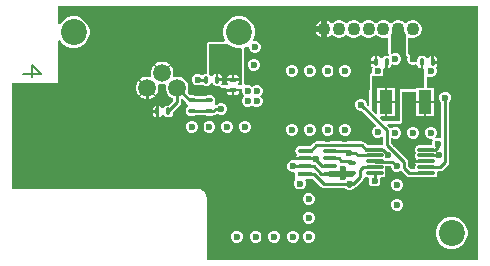
<source format=gbl>
G04*
G04 #@! TF.GenerationSoftware,Altium Limited,Altium Designer,23.3.1 (30)*
G04*
G04 Layer_Physical_Order=4*
G04 Layer_Color=16711680*
%FSLAX44Y44*%
%MOMM*%
G71*
G04*
G04 #@! TF.SameCoordinates,958C5144-9DDC-4948-B6D7-F64729F80DFD*
G04*
G04*
G04 #@! TF.FilePolarity,Positive*
G04*
G01*
G75*
%ADD11C,0.2500*%
%ADD13C,0.2000*%
G04:AMPARAMS|DCode=14|XSize=0.4mm|YSize=0.6mm|CornerRadius=0.1mm|HoleSize=0mm|Usage=FLASHONLY|Rotation=0.000|XOffset=0mm|YOffset=0mm|HoleType=Round|Shape=RoundedRectangle|*
%AMROUNDEDRECTD14*
21,1,0.4000,0.4000,0,0,0.0*
21,1,0.2000,0.6000,0,0,0.0*
1,1,0.2000,0.1000,-0.2000*
1,1,0.2000,-0.1000,-0.2000*
1,1,0.2000,-0.1000,0.2000*
1,1,0.2000,0.1000,0.2000*
%
%ADD14ROUNDEDRECTD14*%
G04:AMPARAMS|DCode=15|XSize=0.4mm|YSize=0.6mm|CornerRadius=0.1mm|HoleSize=0mm|Usage=FLASHONLY|Rotation=90.000|XOffset=0mm|YOffset=0mm|HoleType=Round|Shape=RoundedRectangle|*
%AMROUNDEDRECTD15*
21,1,0.4000,0.4000,0,0,90.0*
21,1,0.2000,0.6000,0,0,90.0*
1,1,0.2000,0.2000,0.1000*
1,1,0.2000,0.2000,-0.1000*
1,1,0.2000,-0.2000,-0.1000*
1,1,0.2000,-0.2000,0.1000*
%
%ADD15ROUNDEDRECTD15*%
%ADD26C,1.1000*%
%ADD29C,0.5000*%
%ADD30C,0.2540*%
%ADD31C,1.5000*%
%ADD32C,2.2000*%
%ADD33C,0.6000*%
G04:AMPARAMS|DCode=35|XSize=1.45mm|YSize=0.3mm|CornerRadius=0.0495mm|HoleSize=0mm|Usage=FLASHONLY|Rotation=180.000|XOffset=0mm|YOffset=0mm|HoleType=Round|Shape=RoundedRectangle|*
%AMROUNDEDRECTD35*
21,1,1.4500,0.2010,0,0,180.0*
21,1,1.3510,0.3000,0,0,180.0*
1,1,0.0990,-0.6755,0.1005*
1,1,0.0990,0.6755,0.1005*
1,1,0.0990,0.6755,-0.1005*
1,1,0.0990,-0.6755,-0.1005*
%
%ADD35ROUNDEDRECTD35*%
G04:AMPARAMS|DCode=36|XSize=1.2052mm|YSize=0.4149mm|CornerRadius=0.2075mm|HoleSize=0mm|Usage=FLASHONLY|Rotation=0.000|XOffset=0mm|YOffset=0mm|HoleType=Round|Shape=RoundedRectangle|*
%AMROUNDEDRECTD36*
21,1,1.2052,0.0000,0,0,0.0*
21,1,0.7903,0.4149,0,0,0.0*
1,1,0.4149,0.3952,0.0000*
1,1,0.4149,-0.3952,0.0000*
1,1,0.4149,-0.3952,0.0000*
1,1,0.4149,0.3952,0.0000*
%
%ADD36ROUNDEDRECTD36*%
%ADD37R,1.2052X0.4149*%
%ADD38R,1.1000X2.0500*%
G36*
X397451Y-57451D02*
X167549D01*
X167549Y-5000D01*
X167527Y-4893D01*
X167540Y-4785D01*
X167467Y-3925D01*
X167377Y-3615D01*
X167332Y-3296D01*
X166763Y-1672D01*
X166545Y-1303D01*
X166348Y-924D01*
X165273Y420D01*
X164945Y696D01*
X164634Y989D01*
X163175Y1901D01*
X162873Y2016D01*
X162591Y2171D01*
X161767Y2431D01*
X161381Y2473D01*
X161000Y2549D01*
X2549Y2549D01*
Y92500D01*
X42000D01*
Y127977D01*
X43270Y128317D01*
X44197Y126711D01*
X46711Y124197D01*
X49789Y122420D01*
X53223Y121500D01*
X56777D01*
X60211Y122420D01*
X63289Y124197D01*
X65803Y126711D01*
X67580Y129789D01*
X68500Y133223D01*
Y136777D01*
X67580Y140211D01*
X65803Y143289D01*
X63289Y145803D01*
X60211Y147580D01*
X56777Y148500D01*
X53223D01*
X49789Y147580D01*
X46711Y145803D01*
X44197Y143289D01*
X43270Y141683D01*
X42000Y142023D01*
Y157451D01*
X397451D01*
Y-57451D01*
D02*
G37*
%LPC*%
G36*
X343237Y145250D02*
X341263D01*
X339355Y144739D01*
X337645Y143751D01*
X336863Y142970D01*
X336000Y142493D01*
X335137Y142970D01*
X334355Y143751D01*
X332645Y144739D01*
X330737Y145250D01*
X328763D01*
X326855Y144739D01*
X325145Y143751D01*
X324363Y142970D01*
X323500Y142493D01*
X322637Y142970D01*
X321855Y143751D01*
X320145Y144739D01*
X318237Y145250D01*
X316263D01*
X314355Y144739D01*
X312645Y143751D01*
X311863Y142970D01*
X311000Y142493D01*
X310137Y142970D01*
X309355Y143751D01*
X307645Y144739D01*
X305737Y145250D01*
X303763D01*
X301855Y144739D01*
X300145Y143751D01*
X299363Y142970D01*
X298500Y142493D01*
X297637Y142970D01*
X296855Y143751D01*
X295145Y144739D01*
X293237Y145250D01*
X291263D01*
X289355Y144739D01*
X287645Y143751D01*
X286863Y142970D01*
X286000Y142493D01*
X285137Y142970D01*
X284355Y143751D01*
X282645Y144739D01*
X280737Y145250D01*
X278763D01*
X276855Y144739D01*
X275145Y143751D01*
X274363Y142970D01*
X273500Y142493D01*
X272637Y142970D01*
X271855Y143751D01*
X270145Y144739D01*
X268237Y145250D01*
X268000D01*
Y137750D01*
X267250D01*
D01*
X268000D01*
Y130250D01*
X268237D01*
X270145Y130761D01*
X271855Y131749D01*
X272637Y132530D01*
X273500Y133007D01*
X274363Y132530D01*
X275145Y131749D01*
X276855Y130761D01*
X278763Y130250D01*
X280737D01*
X282645Y130761D01*
X284355Y131749D01*
X285137Y132530D01*
X286000Y133007D01*
X286863Y132530D01*
X287645Y131749D01*
X289355Y130761D01*
X291263Y130250D01*
X293237D01*
X295145Y130761D01*
X296855Y131749D01*
X297637Y132530D01*
X298500Y133007D01*
X299363Y132530D01*
X300145Y131749D01*
X301855Y130761D01*
X303763Y130250D01*
X305737D01*
X307645Y130761D01*
X309355Y131749D01*
X310137Y132530D01*
X311000Y133007D01*
X311863Y132530D01*
X312645Y131749D01*
X314355Y130761D01*
X316263Y130250D01*
X318237D01*
X320145Y130761D01*
X320361Y130886D01*
X321461Y130251D01*
Y117230D01*
X321471Y117177D01*
X321464Y117123D01*
X321549Y116788D01*
X321616Y116450D01*
X321646Y116405D01*
X321660Y116352D01*
X321773Y116200D01*
X321664Y115820D01*
X321054Y115048D01*
X321000Y115059D01*
X319000D01*
X317829Y114826D01*
X316837Y114163D01*
X316174Y113170D01*
X316147Y113037D01*
X314853D01*
X314826Y113170D01*
X314163Y114163D01*
X313171Y114826D01*
X312000Y115059D01*
D01*
Y110000D01*
X311000D01*
Y109000D01*
X306941D01*
Y108000D01*
X307174Y106830D01*
X307837Y105837D01*
X308238Y105569D01*
X308261Y105332D01*
X307500Y103495D01*
Y101505D01*
X307421Y101096D01*
X306874Y100153D01*
X306853Y100134D01*
X306529Y99918D01*
X306201Y99702D01*
X306197Y99696D01*
X306191Y99692D01*
X305975Y99368D01*
X305755Y99044D01*
X305753Y99036D01*
X305749Y99030D01*
X305673Y98647D01*
X305594Y98264D01*
X305421Y73575D01*
X304205Y73043D01*
X303500Y73609D01*
Y74745D01*
X302739Y76582D01*
X301332Y77989D01*
X299495Y78750D01*
X297505D01*
X295668Y77989D01*
X294261Y76582D01*
X293500Y74745D01*
Y72755D01*
X294261Y70918D01*
X295668Y69511D01*
X297505Y68750D01*
X298814D01*
X310914Y56650D01*
X310616Y55152D01*
X309668Y54759D01*
X308261Y53352D01*
X307500Y51515D01*
Y49525D01*
X308261Y47688D01*
X309668Y46281D01*
X311505Y45520D01*
X313495D01*
X315332Y46281D01*
X315513Y46462D01*
X316686Y45976D01*
Y40531D01*
X316605Y39976D01*
X315536Y39299D01*
X303916D01*
X301513Y41702D01*
X300431Y42425D01*
X299155Y42679D01*
X260595D01*
X259319Y42425D01*
X258237Y41702D01*
X255315Y38780D01*
X254692Y38904D01*
X246789D01*
X245199Y38588D01*
X243851Y37688D01*
X242951Y36340D01*
X242634Y34750D01*
X242951Y33160D01*
X243434Y32436D01*
X243747Y31500D01*
X243434Y30564D01*
X242951Y29840D01*
X242833Y29250D01*
X250740D01*
Y27250D01*
X242584D01*
X241744Y26500D01*
X239755D01*
X237918Y25739D01*
X236511Y24332D01*
X235750Y22495D01*
Y20505D01*
X236511Y18668D01*
X237918Y17261D01*
X239755Y16500D01*
X241744D01*
X242714Y15852D01*
Y11175D01*
X242714D01*
X243121Y10192D01*
X242761Y9832D01*
X242000Y7995D01*
Y6005D01*
X242761Y4168D01*
X244168Y2761D01*
X246005Y2000D01*
X247995D01*
X249832Y2761D01*
X251239Y4168D01*
X252000Y6005D01*
Y7995D01*
X251239Y9832D01*
X251069Y10002D01*
X251555Y11175D01*
X257610D01*
X264643Y4142D01*
X265724Y3420D01*
X267000Y3166D01*
X284933D01*
X285456Y2642D01*
X285698Y2481D01*
X285918Y2261D01*
X286204Y2142D01*
X286538Y1920D01*
X286931Y1841D01*
X287755Y1500D01*
X289745D01*
X291582Y2261D01*
X292989Y3668D01*
X293088Y3908D01*
X293946Y4480D01*
X299858Y10393D01*
X300580Y11474D01*
X300643Y11789D01*
X302017Y12393D01*
X302057Y12388D01*
X302995Y12201D01*
X304314D01*
X305019Y11145D01*
X304750Y10495D01*
Y8505D01*
X305511Y6668D01*
X306918Y5261D01*
X308755Y4500D01*
X310745D01*
X312582Y5261D01*
X313989Y6668D01*
X314750Y8505D01*
Y10495D01*
X314480Y11145D01*
X315186Y12201D01*
X316505D01*
X317479Y12395D01*
X318304Y12946D01*
X318855Y13772D01*
X319049Y14745D01*
Y16755D01*
X318855Y17729D01*
X318507Y18250D01*
X318855Y18772D01*
X319049Y19745D01*
Y21755D01*
X319403Y22186D01*
X323383D01*
X323500Y22069D01*
Y20761D01*
X324261Y18923D01*
X325668Y17517D01*
X327505Y16755D01*
X329495D01*
X331332Y17517D01*
X331579Y17763D01*
X332657Y17657D01*
X336907Y13407D01*
X337982Y12689D01*
X339250Y12436D01*
X345959D01*
X346021Y12395D01*
X346995Y12201D01*
X360505D01*
X361479Y12395D01*
X362304Y12946D01*
X362855Y13772D01*
X363049Y14745D01*
Y16755D01*
X363608Y17436D01*
X365500D01*
X366768Y17689D01*
X367843Y18407D01*
X372093Y22657D01*
X372811Y23732D01*
X373064Y25000D01*
Y75993D01*
X373989Y76918D01*
X374750Y78755D01*
Y80745D01*
X373989Y82582D01*
X372582Y83989D01*
X370745Y84750D01*
X368755D01*
X366918Y83989D01*
X365511Y82582D01*
X364750Y80745D01*
Y78755D01*
X365511Y76918D01*
X366436Y75993D01*
Y46222D01*
X365166Y45374D01*
X364245Y45755D01*
X362255D01*
X362029Y45662D01*
X361309Y46738D01*
X361739Y47168D01*
X362500Y49005D01*
Y50995D01*
X361739Y52832D01*
X360332Y54239D01*
X358495Y55000D01*
X356505D01*
X354668Y54239D01*
X353261Y52832D01*
X352500Y50995D01*
Y49005D01*
X353261Y47168D01*
X354668Y45761D01*
X356505Y45000D01*
X358495D01*
X358721Y45094D01*
X359441Y44017D01*
X359011Y43588D01*
X358250Y41750D01*
Y39761D01*
X357941Y39299D01*
X346995D01*
X346021Y39105D01*
X345196Y38554D01*
X344645Y37729D01*
X344451Y36755D01*
Y34745D01*
X344645Y33772D01*
X344993Y33250D01*
X344645Y32729D01*
X344451Y31755D01*
Y29745D01*
X344645Y28772D01*
X344993Y28250D01*
X344645Y27729D01*
X344451Y26755D01*
Y26750D01*
X353750D01*
Y24750D01*
X344451D01*
Y24745D01*
X344645Y23772D01*
X344993Y23250D01*
X344645Y22729D01*
X344451Y21755D01*
Y19745D01*
X343892Y19064D01*
X340622D01*
X338314Y21372D01*
Y25028D01*
X338061Y26296D01*
X337343Y27371D01*
X323314Y41401D01*
Y45456D01*
X324487Y45942D01*
X324668Y45761D01*
X326505Y45000D01*
X328495D01*
X330332Y45761D01*
X331739Y47168D01*
X332500Y49005D01*
Y50995D01*
X331739Y52832D01*
X330332Y54239D01*
X328495Y55000D01*
X326505D01*
X324668Y54239D01*
X324262Y53833D01*
X324115Y53795D01*
X322697Y54064D01*
X322343Y54593D01*
X320399Y56537D01*
X320885Y57711D01*
X331250D01*
X332030Y57866D01*
X332692Y58308D01*
X333134Y58970D01*
X333289Y59750D01*
Y84867D01*
X345250D01*
Y77000D01*
X360250D01*
Y88250D01*
X354039D01*
Y97230D01*
X355309Y97996D01*
X356505Y97500D01*
X358495D01*
X360332Y98261D01*
X361739Y99668D01*
X362500Y101505D01*
Y103495D01*
X361739Y105332D01*
X361762Y105569D01*
X362163Y105837D01*
X362826Y106830D01*
X363059Y108000D01*
Y109000D01*
X359000D01*
Y110000D01*
X358000D01*
Y115059D01*
X356829Y114826D01*
X355837Y114163D01*
X355174Y113170D01*
X355147Y113037D01*
X353853D01*
X353826Y113170D01*
X353163Y114163D01*
X352170Y114826D01*
X351000Y115059D01*
X349000D01*
X347830Y114826D01*
X346837Y114163D01*
X346174Y113170D01*
X345941Y112000D01*
Y111046D01*
X345939Y111037D01*
X345750Y110729D01*
X345274Y110298D01*
X344789Y110029D01*
X344659Y110028D01*
X344278Y109949D01*
X344195Y109933D01*
X344180Y109931D01*
X344176Y109929D01*
X343895Y109873D01*
X343089Y109539D01*
X341911D01*
X340823Y109990D01*
X339990Y110823D01*
X339539Y111911D01*
Y113089D01*
X339674Y113414D01*
X339713Y113611D01*
X339790Y113796D01*
Y113997D01*
X339829Y114194D01*
X339790Y114391D01*
Y114592D01*
X339713Y114777D01*
X339674Y114974D01*
X339562Y115141D01*
X339485Y115327D01*
X338780Y116383D01*
X338638Y116525D01*
X338526Y116692D01*
X338359Y116804D01*
X338217Y116945D01*
X338039Y117019D01*
Y130251D01*
X339139Y130886D01*
X339355Y130761D01*
X341263Y130250D01*
X343237D01*
X345145Y130761D01*
X346855Y131749D01*
X348251Y133145D01*
X349239Y134855D01*
X349750Y136763D01*
Y138737D01*
X349239Y140645D01*
X348251Y142355D01*
X346855Y143751D01*
X345145Y144739D01*
X343237Y145250D01*
D02*
G37*
G36*
X266500D02*
X266263D01*
X264355Y144739D01*
X262645Y143751D01*
X261248Y142355D01*
X260261Y140645D01*
X259750Y138737D01*
Y138500D01*
X266500D01*
Y145250D01*
D02*
G37*
G36*
Y137000D02*
X259750D01*
Y136763D01*
X260261Y134855D01*
X261248Y133145D01*
X262645Y131749D01*
X264355Y130761D01*
X266263Y130250D01*
X266500D01*
Y137000D01*
D02*
G37*
G36*
X196777Y148500D02*
X193223D01*
X189789Y147580D01*
X186711Y145803D01*
X184197Y143289D01*
X182420Y140211D01*
X181500Y136777D01*
Y133223D01*
X182420Y129789D01*
X183373Y128139D01*
X182738Y127039D01*
X170000D01*
X169220Y126884D01*
X168558Y126442D01*
X168116Y125780D01*
X167961Y125000D01*
Y100059D01*
X166500D01*
X165329Y99826D01*
X164337Y99163D01*
X162849Y99222D01*
X162832Y99239D01*
X160995Y100000D01*
X159005D01*
X157168Y99239D01*
X155761Y97832D01*
X155000Y95995D01*
Y94005D01*
X155761Y92168D01*
X157168Y90761D01*
X159005Y90000D01*
X160995D01*
X162832Y90761D01*
X162849Y90778D01*
X164337Y90837D01*
X165329Y90174D01*
X166500Y89941D01*
X168500D01*
X169671Y90174D01*
X170663Y90837D01*
X171326Y91830D01*
X171353Y91963D01*
X172647D01*
X172674Y91830D01*
X173337Y90837D01*
X174329Y90174D01*
X175500Y89941D01*
X177500D01*
X178247Y90090D01*
X178661Y89165D01*
X178875Y88865D01*
X179080Y88558D01*
X179105Y88541D01*
X179123Y88517D01*
X179435Y88321D01*
X179742Y88116D01*
X179771Y88110D01*
X179797Y88094D01*
X180160Y88033D01*
X180522Y87961D01*
X184153D01*
X184941Y87000D01*
X190000D01*
X195641D01*
X196126Y87488D01*
X196557Y87473D01*
X197292Y86345D01*
X197250Y86245D01*
Y84255D01*
X198011Y82418D01*
X199304Y81125D01*
X198011Y79832D01*
X197250Y77995D01*
Y76005D01*
X198011Y74168D01*
X199418Y72761D01*
X201255Y72000D01*
X203245D01*
X205082Y72761D01*
X206125Y73804D01*
X207168Y72761D01*
X209005Y72000D01*
X210995D01*
X212832Y72761D01*
X214239Y74168D01*
X215000Y76005D01*
Y77995D01*
X214239Y79832D01*
X212946Y81125D01*
X214239Y82418D01*
X215000Y84255D01*
Y86245D01*
X214239Y88082D01*
X212832Y89489D01*
X210995Y90250D01*
X209005D01*
X207168Y89489D01*
X206125Y88446D01*
X205082Y89489D01*
X203245Y90250D01*
X201255D01*
X200809Y90065D01*
X199539Y90914D01*
Y120946D01*
X199513Y121077D01*
X199522Y121212D01*
X200112Y122304D01*
X200382Y122519D01*
X202280Y123615D01*
X203500Y122853D01*
Y121505D01*
X204261Y119668D01*
X205668Y118261D01*
X207505Y117500D01*
X209495D01*
X211332Y118261D01*
X212739Y119668D01*
X213500Y121505D01*
Y123495D01*
X212739Y125332D01*
X211332Y126739D01*
X209495Y127500D01*
X207725D01*
X206830Y128490D01*
X207580Y129789D01*
X208500Y133223D01*
Y136777D01*
X207580Y140211D01*
X205803Y143289D01*
X203289Y145803D01*
X200211Y147580D01*
X196777Y148500D01*
D02*
G37*
G36*
X360000Y115059D02*
Y111000D01*
X363059D01*
Y112000D01*
X362826Y113170D01*
X362163Y114163D01*
X361171Y114826D01*
X360000Y115059D01*
D02*
G37*
G36*
X310000D02*
X308829Y114826D01*
X307837Y114163D01*
X307174Y113170D01*
X306941Y112000D01*
Y111000D01*
X310000D01*
Y115059D01*
D02*
G37*
G36*
X208495Y112500D02*
X206505D01*
X204668Y111739D01*
X203261Y110332D01*
X202500Y108495D01*
Y106505D01*
X203261Y104668D01*
X204668Y103261D01*
X206505Y102500D01*
X208495D01*
X210332Y103261D01*
X211739Y104668D01*
X212500Y106505D01*
Y108495D01*
X211739Y110332D01*
X210332Y111739D01*
X208495Y112500D01*
D02*
G37*
G36*
X131251Y110200D02*
X128749D01*
X126333Y109553D01*
X124167Y108302D01*
X123813Y107948D01*
X130000Y101761D01*
X136187Y107948D01*
X135833Y108302D01*
X133667Y109553D01*
X131251Y110200D01*
D02*
G37*
G36*
X285995Y107500D02*
X284006D01*
X282168Y106739D01*
X280761Y105332D01*
X280000Y103495D01*
Y101505D01*
X280761Y99668D01*
X282168Y98261D01*
X284006Y97500D01*
X285995D01*
X287832Y98261D01*
X289239Y99668D01*
X290000Y101505D01*
Y103495D01*
X289239Y105332D01*
X287832Y106739D01*
X285995Y107500D01*
D02*
G37*
G36*
X270995D02*
X269006D01*
X267168Y106739D01*
X265761Y105332D01*
X265000Y103495D01*
Y101505D01*
X265761Y99668D01*
X267168Y98261D01*
X269006Y97500D01*
X270995D01*
X272832Y98261D01*
X274239Y99668D01*
X275000Y101505D01*
Y103495D01*
X274239Y105332D01*
X272832Y106739D01*
X270995Y107500D01*
D02*
G37*
G36*
X255995D02*
X254005D01*
X252168Y106739D01*
X250761Y105332D01*
X250000Y103495D01*
Y101505D01*
X250761Y99668D01*
X252168Y98261D01*
X254005Y97500D01*
X255995D01*
X257832Y98261D01*
X259239Y99668D01*
X260000Y101505D01*
Y103495D01*
X259239Y105332D01*
X257832Y106739D01*
X255995Y107500D01*
D02*
G37*
G36*
X240995D02*
X239005D01*
X237168Y106739D01*
X235761Y105332D01*
X235000Y103495D01*
Y101505D01*
X235761Y99668D01*
X237168Y98261D01*
X239005Y97500D01*
X240995D01*
X242832Y98261D01*
X244239Y99668D01*
X245000Y101505D01*
Y103495D01*
X244239Y105332D01*
X242832Y106739D01*
X240995Y107500D01*
D02*
G37*
G36*
X122752Y106887D02*
X122398Y106533D01*
X121147Y104367D01*
X120500Y101951D01*
Y99449D01*
X120834Y98203D01*
X119797Y97166D01*
X118551Y97500D01*
X116049D01*
X113633Y96853D01*
X111467Y95602D01*
X111113Y95248D01*
X117830Y88530D01*
X124548Y81813D01*
X124902Y82167D01*
X126153Y84333D01*
X126800Y86749D01*
Y89251D01*
X126466Y90497D01*
X127503Y91534D01*
X128749Y91200D01*
X131251D01*
X132497Y91534D01*
X133534Y90497D01*
X133200Y89251D01*
Y86749D01*
X133847Y84333D01*
X135098Y82167D01*
X136867Y80398D01*
X139033Y79147D01*
X139386Y79053D01*
Y77073D01*
X135373Y73059D01*
X134000D01*
X132830Y72826D01*
X131837Y72163D01*
X131174Y71171D01*
X131147Y71037D01*
X129853D01*
X129826Y71171D01*
X129163Y72163D01*
X128170Y72826D01*
X127000Y73059D01*
Y68000D01*
Y62941D01*
X128170Y63174D01*
X129163Y63837D01*
X129826Y64830D01*
X129853Y64963D01*
X131147D01*
X131174Y64830D01*
X131837Y63837D01*
X132830Y63174D01*
X134000Y62941D01*
X136000D01*
X137170Y63174D01*
X138163Y63837D01*
X138826Y64830D01*
X139059Y66000D01*
Y67373D01*
X145043Y73357D01*
X145761Y74432D01*
X146014Y75700D01*
Y78204D01*
X147284Y78730D01*
X150047Y75966D01*
X150174Y75329D01*
X150837Y74337D01*
X151830Y73674D01*
X151963Y73647D01*
Y72353D01*
X151830Y72326D01*
X150837Y71663D01*
X150174Y70670D01*
X149941Y69500D01*
Y67500D01*
X150174Y66329D01*
X150837Y65337D01*
X151830Y64674D01*
X153000Y64441D01*
X157000D01*
X158170Y64674D01*
X158937Y65186D01*
X166063D01*
X166829Y64674D01*
X168000Y64441D01*
X172000D01*
X173171Y64674D01*
X174123Y65310D01*
X174768Y65439D01*
X175843Y66157D01*
X176308Y66621D01*
X177168Y65761D01*
X179005Y65000D01*
X180995D01*
X182832Y65761D01*
X184239Y67168D01*
X185000Y69005D01*
Y70995D01*
X184239Y72832D01*
X182832Y74239D01*
X180995Y75000D01*
X179005D01*
X177168Y74239D01*
X176243Y73314D01*
X175000D01*
X174873Y73288D01*
X174390Y74002D01*
X174244Y74458D01*
X174826Y75329D01*
X175059Y76500D01*
Y78500D01*
X174826Y79671D01*
X174163Y80663D01*
X173171Y81326D01*
X172000Y81559D01*
X168000D01*
X166829Y81326D01*
X166063Y80814D01*
X158937D01*
X158170Y81326D01*
X157000Y81559D01*
X153827D01*
X151370Y84017D01*
X151553Y84333D01*
X152200Y86749D01*
Y89251D01*
X151553Y91667D01*
X150302Y93833D01*
X148533Y95602D01*
X146367Y96853D01*
X143951Y97500D01*
X141449D01*
X140203Y97166D01*
X139166Y98203D01*
X139500Y99449D01*
Y101951D01*
X138853Y104367D01*
X137602Y106533D01*
X137248Y106887D01*
X130530Y100170D01*
X130000Y100700D01*
X129470Y100170D01*
X122752Y106887D01*
D02*
G37*
G36*
X195059Y85000D02*
X191000D01*
Y81941D01*
X192000D01*
X193171Y82174D01*
X194163Y82837D01*
X194826Y83829D01*
X195059Y85000D01*
D01*
D02*
G37*
G36*
X189000D02*
X184941D01*
X185174Y83829D01*
X185837Y82837D01*
X186829Y82174D01*
X188000Y81941D01*
X189000D01*
Y85000D01*
D02*
G37*
G36*
X110052Y94187D02*
X109698Y93833D01*
X108447Y91667D01*
X107800Y89251D01*
Y86749D01*
X108447Y84333D01*
X109698Y82167D01*
X110052Y81813D01*
X116239Y88000D01*
X110052Y94187D01*
D02*
G37*
G36*
X117300Y86939D02*
X111113Y80752D01*
X111467Y80398D01*
X113633Y79147D01*
X116049Y78500D01*
X118551D01*
X120967Y79147D01*
X123133Y80398D01*
X123487Y80752D01*
X117300Y86939D01*
D02*
G37*
G36*
X125000Y73059D02*
X123829Y72826D01*
X122837Y72163D01*
X122174Y71171D01*
X121941Y70000D01*
Y69000D01*
X125000D01*
Y73059D01*
D02*
G37*
G36*
X360250Y75000D02*
X353750D01*
Y63750D01*
X360250D01*
Y75000D01*
D02*
G37*
G36*
X351750D02*
X345250D01*
Y63750D01*
X351750D01*
Y75000D01*
D02*
G37*
G36*
X125000Y67000D02*
X121941D01*
Y66000D01*
X122174Y64830D01*
X122837Y63837D01*
X123829Y63174D01*
X125000Y62941D01*
Y67000D01*
D02*
G37*
G36*
X200995Y60000D02*
X199005D01*
X197168Y59239D01*
X195761Y57832D01*
X195000Y55995D01*
Y54005D01*
X195761Y52168D01*
X197168Y50761D01*
X199005Y50000D01*
X200995D01*
X202832Y50761D01*
X204239Y52168D01*
X205000Y54005D01*
Y55995D01*
X204239Y57832D01*
X202832Y59239D01*
X200995Y60000D01*
D02*
G37*
G36*
X185995D02*
X184005D01*
X182168Y59239D01*
X180761Y57832D01*
X180000Y55995D01*
Y54005D01*
X180761Y52168D01*
X182168Y50761D01*
X184005Y50000D01*
X185995D01*
X187832Y50761D01*
X189239Y52168D01*
X190000Y54005D01*
Y55995D01*
X189239Y57832D01*
X187832Y59239D01*
X185995Y60000D01*
D02*
G37*
G36*
X170995D02*
X169005D01*
X167168Y59239D01*
X165761Y57832D01*
X165000Y55995D01*
Y54005D01*
X165761Y52168D01*
X167168Y50761D01*
X169005Y50000D01*
X170995D01*
X172832Y50761D01*
X174239Y52168D01*
X175000Y54005D01*
Y55995D01*
X174239Y57832D01*
X172832Y59239D01*
X170995Y60000D01*
D02*
G37*
G36*
X155995D02*
X154005D01*
X152168Y59239D01*
X150761Y57832D01*
X150000Y55995D01*
Y54005D01*
X150761Y52168D01*
X152168Y50761D01*
X154005Y50000D01*
X155995D01*
X157832Y50761D01*
X159239Y52168D01*
X160000Y54005D01*
Y55995D01*
X159239Y57832D01*
X157832Y59239D01*
X155995Y60000D01*
D02*
G37*
G36*
X285995Y57500D02*
X284005D01*
X282168Y56739D01*
X280761Y55332D01*
X280000Y53495D01*
Y51505D01*
X280761Y49668D01*
X282168Y48261D01*
X284005Y47500D01*
X285995D01*
X287832Y48261D01*
X289239Y49668D01*
X290000Y51505D01*
Y53495D01*
X289239Y55332D01*
X287832Y56739D01*
X285995Y57500D01*
D02*
G37*
G36*
X270995D02*
X269006D01*
X267168Y56739D01*
X265761Y55332D01*
X265000Y53495D01*
Y51505D01*
X265761Y49668D01*
X267168Y48261D01*
X269006Y47500D01*
X270995D01*
X272832Y48261D01*
X274239Y49668D01*
X275000Y51505D01*
Y53495D01*
X274239Y55332D01*
X272832Y56739D01*
X270995Y57500D01*
D02*
G37*
G36*
X255995D02*
X254005D01*
X252168Y56739D01*
X250761Y55332D01*
X250000Y53495D01*
Y51505D01*
X250761Y49668D01*
X252168Y48261D01*
X254005Y47500D01*
X255995D01*
X257832Y48261D01*
X259239Y49668D01*
X260000Y51505D01*
Y53495D01*
X259239Y55332D01*
X257832Y56739D01*
X255995Y57500D01*
D02*
G37*
G36*
X240995D02*
X239005D01*
X237168Y56739D01*
X235761Y55332D01*
X235000Y53495D01*
Y51505D01*
X235761Y49668D01*
X237168Y48261D01*
X239005Y47500D01*
X240995D01*
X242832Y48261D01*
X244239Y49668D01*
X245000Y51505D01*
Y53495D01*
X244239Y55332D01*
X242832Y56739D01*
X240995Y57500D01*
D02*
G37*
G36*
X343495Y55000D02*
X341505D01*
X339668Y54239D01*
X338261Y52832D01*
X337500Y50995D01*
Y49005D01*
X338261Y47168D01*
X339668Y45761D01*
X341505Y45000D01*
X343495D01*
X345332Y45761D01*
X346739Y47168D01*
X347500Y49005D01*
Y50995D01*
X346739Y52832D01*
X345332Y54239D01*
X343495Y55000D01*
D02*
G37*
G36*
X329995Y11000D02*
X328005D01*
X326168Y10239D01*
X324761Y8832D01*
X324000Y6995D01*
Y5005D01*
X324761Y3168D01*
X326168Y1761D01*
X328005Y1000D01*
X329995D01*
X331832Y1761D01*
X333239Y3168D01*
X334000Y5005D01*
Y6995D01*
X333239Y8832D01*
X331832Y10239D01*
X329995Y11000D01*
D02*
G37*
G36*
X254995Y-1000D02*
X253005D01*
X251168Y-1761D01*
X249761Y-3168D01*
X249000Y-5005D01*
Y-6995D01*
X249761Y-8832D01*
X251168Y-10239D01*
X253005Y-11000D01*
X254995D01*
X256832Y-10239D01*
X258239Y-8832D01*
X259000Y-6995D01*
Y-5005D01*
X258239Y-3168D01*
X256832Y-1761D01*
X254995Y-1000D01*
D02*
G37*
G36*
X329995Y-6000D02*
X328005D01*
X326168Y-6761D01*
X324761Y-8168D01*
X324000Y-10005D01*
Y-11995D01*
X324761Y-13832D01*
X326168Y-15239D01*
X328005Y-16000D01*
X329995D01*
X331832Y-15239D01*
X333239Y-13832D01*
X334000Y-11995D01*
Y-10005D01*
X333239Y-8168D01*
X331832Y-6761D01*
X329995Y-6000D01*
D02*
G37*
G36*
X254995Y-17000D02*
X253005D01*
X251168Y-17761D01*
X249761Y-19168D01*
X249000Y-21005D01*
Y-22995D01*
X249761Y-24832D01*
X251168Y-26239D01*
X253005Y-27000D01*
X254995D01*
X256832Y-26239D01*
X258239Y-24832D01*
X259000Y-22995D01*
Y-21005D01*
X258239Y-19168D01*
X256832Y-17761D01*
X254995Y-17000D01*
D02*
G37*
G36*
Y-33000D02*
X253005D01*
X251168Y-33761D01*
X249761Y-35168D01*
X249000Y-37005D01*
Y-38995D01*
X249761Y-40832D01*
X251168Y-42239D01*
X253005Y-43000D01*
X254995D01*
X256832Y-42239D01*
X258239Y-40832D01*
X259000Y-38995D01*
Y-37005D01*
X258239Y-35168D01*
X256832Y-33761D01*
X254995Y-33000D01*
D02*
G37*
G36*
X241995D02*
X240005D01*
X238168Y-33761D01*
X236761Y-35168D01*
X236000Y-37005D01*
Y-38995D01*
X236761Y-40832D01*
X238168Y-42239D01*
X240005Y-43000D01*
X241995D01*
X243832Y-42239D01*
X245239Y-40832D01*
X246000Y-38995D01*
Y-37005D01*
X245239Y-35168D01*
X243832Y-33761D01*
X241995Y-33000D01*
D02*
G37*
G36*
X225995D02*
X224005D01*
X222168Y-33761D01*
X220761Y-35168D01*
X220000Y-37005D01*
Y-38995D01*
X220761Y-40832D01*
X222168Y-42239D01*
X224005Y-43000D01*
X225995D01*
X227832Y-42239D01*
X229239Y-40832D01*
X230000Y-38995D01*
Y-37005D01*
X229239Y-35168D01*
X227832Y-33761D01*
X225995Y-33000D01*
D02*
G37*
G36*
X209995D02*
X208005D01*
X206168Y-33761D01*
X204761Y-35168D01*
X204000Y-37005D01*
Y-38995D01*
X204761Y-40832D01*
X206168Y-42239D01*
X208005Y-43000D01*
X209995D01*
X211832Y-42239D01*
X213239Y-40832D01*
X214000Y-38995D01*
Y-37005D01*
X213239Y-35168D01*
X211832Y-33761D01*
X209995Y-33000D01*
D02*
G37*
G36*
X193995D02*
X192005D01*
X190168Y-33761D01*
X188761Y-35168D01*
X188000Y-37005D01*
Y-38995D01*
X188761Y-40832D01*
X190168Y-42239D01*
X192005Y-43000D01*
X193995D01*
X195832Y-42239D01*
X197239Y-40832D01*
X198000Y-38995D01*
Y-37005D01*
X197239Y-35168D01*
X195832Y-33761D01*
X193995Y-33000D01*
D02*
G37*
G36*
X376777Y-21500D02*
X373223D01*
X369789Y-22420D01*
X366711Y-24197D01*
X364197Y-26711D01*
X362420Y-29789D01*
X361500Y-33223D01*
Y-36777D01*
X362420Y-40211D01*
X364197Y-43289D01*
X366711Y-45803D01*
X369789Y-47580D01*
X373223Y-48500D01*
X376777D01*
X380211Y-47580D01*
X383289Y-45803D01*
X385803Y-43289D01*
X387580Y-40211D01*
X388500Y-36777D01*
Y-33223D01*
X387580Y-29789D01*
X385803Y-26711D01*
X383289Y-24197D01*
X380211Y-22420D01*
X376777Y-21500D01*
D02*
G37*
%LPD*%
G36*
X334750Y136763D02*
X335261Y134855D01*
X336000Y133575D01*
Y115250D01*
X337084D01*
X337790Y114194D01*
X337500Y113495D01*
Y111505D01*
X338261Y109668D01*
X339668Y108261D01*
X341505Y107500D01*
X343495D01*
X344676Y107989D01*
X344806Y107990D01*
X346033Y107362D01*
X346080Y107301D01*
X346174Y106830D01*
X346837Y105837D01*
X347830Y105174D01*
X349000Y104941D01*
Y110000D01*
X351000D01*
Y104941D01*
X351018Y104945D01*
X352000Y104139D01*
Y88250D01*
X345250D01*
Y86906D01*
X331250D01*
Y59750D01*
X317186D01*
X314360Y62577D01*
X314846Y63750D01*
X318750D01*
Y75000D01*
X312250D01*
Y66346D01*
X311077Y65860D01*
X307432Y69504D01*
X307633Y98250D01*
X316750D01*
Y104368D01*
X317446Y104888D01*
X318020Y105136D01*
X319000Y104941D01*
Y110000D01*
X321000D01*
Y104941D01*
X321000D01*
X322170Y105174D01*
X323163Y105837D01*
X323826Y106830D01*
X323920Y107301D01*
X323967Y107362D01*
X325194Y107990D01*
X325324Y107989D01*
X326505Y107500D01*
X328495D01*
X330332Y108261D01*
X331739Y109668D01*
X332500Y111505D01*
Y113495D01*
X331739Y115332D01*
X330332Y116739D01*
X328495Y117500D01*
X326505D01*
X324770Y116781D01*
X323500Y117230D01*
Y133575D01*
X324239Y134855D01*
X324750Y136763D01*
Y138250D01*
X334750D01*
Y136763D01*
D02*
G37*
%LPC*%
G36*
X327250Y88250D02*
X320750D01*
Y77000D01*
X327250D01*
Y88250D01*
D02*
G37*
G36*
X318750D02*
X312250D01*
Y77000D01*
X318750D01*
Y88250D01*
D02*
G37*
G36*
X327250Y75000D02*
X320750D01*
Y63750D01*
X327250D01*
Y75000D01*
D02*
G37*
%LPD*%
G36*
X186711Y124197D02*
X189789Y122420D01*
X193223Y121500D01*
X196777D01*
X197500Y120946D01*
Y90000D01*
X194255D01*
X194062Y90242D01*
X194163Y91837D01*
X194826Y92830D01*
X195059Y94000D01*
X190000D01*
X184941D01*
X185174Y92830D01*
X185837Y91837D01*
X185938Y90242D01*
X185745Y90000D01*
X180522D01*
X179952Y91270D01*
X180326Y91830D01*
X180559Y93000D01*
Y94000D01*
X176500D01*
Y95000D01*
X175500D01*
Y100059D01*
X175500D01*
X174329Y99826D01*
X173337Y99163D01*
X172674Y98170D01*
X172647Y98037D01*
X171353D01*
X171326Y98170D01*
X170663Y99163D01*
X170000Y99606D01*
Y125000D01*
X185908D01*
X186711Y124197D01*
D02*
G37*
%LPC*%
G36*
X192000Y99059D02*
X191000D01*
Y96000D01*
X195059D01*
Y96000D01*
X194826Y97170D01*
X194163Y98163D01*
X193171Y98826D01*
X192000Y99059D01*
D02*
G37*
G36*
X189000D02*
X188000D01*
X186829Y98826D01*
X185837Y98163D01*
X185174Y97170D01*
X184941Y96000D01*
Y96000D01*
X189000D01*
Y99059D01*
D02*
G37*
G36*
X177500Y100059D02*
Y96000D01*
X180559D01*
Y97000D01*
X180326Y98170D01*
X179663Y99163D01*
X178671Y99826D01*
X177500Y100059D01*
D02*
G37*
%LPD*%
D11*
X250490Y21500D02*
X250740Y21750D01*
X240750Y21500D02*
X250490D01*
X258500D02*
X264750Y15250D01*
X250990Y21500D02*
X258500D01*
X335000Y20000D02*
Y25028D01*
Y20000D02*
X339250Y15750D01*
X298500Y73750D02*
X320000Y52250D01*
Y40028D02*
X335000Y25028D01*
X320000Y40028D02*
Y52250D01*
X339250Y15750D02*
X353750D01*
X310000Y25500D02*
X324755D01*
X309750Y25750D02*
X310000Y25500D01*
X324755D02*
X328500Y21755D01*
X363750Y30750D02*
X364000Y31000D01*
X353750Y30750D02*
X363750D01*
X365500Y20750D02*
X369750Y25000D01*
Y79750D01*
X160000Y95000D02*
X167500D01*
X153200Y77500D02*
X155000D01*
X142700Y88000D02*
X153200Y77500D01*
X155000D02*
X170000D01*
X155000Y68500D02*
X170000D01*
X173500D01*
X175000Y70000D01*
X180000D01*
X135000Y68000D02*
X142700Y75700D01*
Y88000D01*
X309750Y9500D02*
Y15750D01*
X264750Y15250D02*
X271750D01*
X353750Y20750D02*
X365500D01*
D13*
X12502Y100001D02*
X27498D01*
X20000Y107498D01*
Y97502D01*
D14*
X350000Y110000D02*
D03*
X359000D02*
D03*
X320000D02*
D03*
X311000D02*
D03*
X135000Y68000D02*
D03*
X126000D02*
D03*
X176500Y95000D02*
D03*
X167500D02*
D03*
D15*
X170000Y77500D02*
D03*
Y68500D02*
D03*
X290750Y24500D02*
D03*
Y15500D02*
D03*
X155000Y68500D02*
D03*
Y77500D02*
D03*
X190000Y86000D02*
D03*
Y95000D02*
D03*
D26*
X267250Y137750D02*
D03*
X279750D02*
D03*
X292250D02*
D03*
X304750D02*
D03*
X317250D02*
D03*
X329750D02*
D03*
X342250D02*
D03*
D29*
X283000Y15250D02*
X290500D01*
X271750D02*
X283000D01*
Y12750D02*
Y15250D01*
X267125Y126375D02*
Y136375D01*
X253125Y137875D02*
X267125D01*
X266875Y138125D02*
Y148125D01*
X283000Y15250D02*
Y19000D01*
D30*
X117300Y76450D02*
Y88000D01*
X260000Y28250D02*
X260250Y28000D01*
X250740Y28250D02*
X260000D01*
X260250Y27000D02*
X265500Y21750D01*
X260250Y27000D02*
Y28000D01*
X341750Y23000D02*
Y25750D01*
X341500Y22750D02*
X341750Y23000D01*
Y25750D02*
X353750D01*
X291588Y6838D02*
X297500Y12750D01*
X289088Y6838D02*
X291588D01*
X297500Y12750D02*
Y18293D01*
X280670Y6500D02*
X286314D01*
X287814Y5000D01*
X288750Y5936D01*
Y6500D01*
X289088Y6838D01*
X299956Y20750D02*
X309750D01*
X297500Y18293D02*
X299956Y20750D01*
X267000Y6500D02*
X280670D01*
X258250Y15250D02*
X267000Y6500D01*
X250740Y15250D02*
X258250D01*
X238750Y31750D02*
X242250Y28250D01*
X250740D01*
X260595Y39345D02*
X299155D01*
X256000Y34750D02*
X260595Y39345D01*
X250740Y34750D02*
X256000D01*
X302750Y35750D02*
X309750D01*
X299155Y39345D02*
X302750Y35750D01*
X265500Y21750D02*
X271750D01*
X288000Y33000D02*
X293250D01*
X295500Y30750D01*
X271750Y34750D02*
X286250D01*
X288000Y33000D01*
X316774Y35750D02*
X319520Y33004D01*
X309750Y35750D02*
X316774D01*
X319520Y31000D02*
Y33004D01*
Y31000D02*
X321250D01*
X304500Y110000D02*
X311000D01*
X180000Y82500D02*
X183500Y86000D01*
X190000D01*
X359000Y110000D02*
X365000D01*
X353750Y35750D02*
X360750D01*
X363250Y38250D02*
Y40755D01*
X360750Y35750D02*
X363250Y38250D01*
X295500Y30750D02*
X309750D01*
X281750Y26000D02*
X289250D01*
X290750Y24500D01*
X279500Y28250D02*
X281750Y26000D01*
X271750Y28250D02*
X279500D01*
D31*
X142700Y88000D02*
D03*
X130000Y100700D02*
D03*
X117300Y88000D02*
D03*
D32*
X375000Y-35000D02*
D03*
X195000Y135000D02*
D03*
X55000D02*
D03*
D33*
X218000Y21500D02*
D03*
X240750D02*
D03*
X312500Y50520D02*
D03*
X327500Y50000D02*
D03*
X327691Y40171D02*
D03*
X338000Y6000D02*
D03*
X260250Y28000D02*
D03*
X341500Y22750D02*
D03*
X298500Y73750D02*
D03*
X288750Y6500D02*
D03*
Y-17750D02*
D03*
X238750Y31750D02*
D03*
X294750Y108250D02*
D03*
X288000Y33000D02*
D03*
X342500Y40000D02*
D03*
X321250Y31000D02*
D03*
X328500Y21755D02*
D03*
X285000Y45000D02*
D03*
Y52500D02*
D03*
X270000Y45000D02*
D03*
X270000Y52500D02*
D03*
X364000Y31000D02*
D03*
X342500Y112500D02*
D03*
X376094Y61406D02*
D03*
X362500Y60000D02*
D03*
X270000Y102500D02*
D03*
Y115000D02*
D03*
X285000D02*
D03*
X338000Y-11000D02*
D03*
X329000D02*
D03*
Y6000D02*
D03*
X271000Y0D02*
D03*
X263000Y-6000D02*
D03*
Y-22000D02*
D03*
Y-38000D02*
D03*
X241000D02*
D03*
Y-47000D02*
D03*
X193000Y-38000D02*
D03*
X225000D02*
D03*
X209000D02*
D03*
Y-47000D02*
D03*
X225000D02*
D03*
X193000D02*
D03*
X285000Y102500D02*
D03*
X304500Y110000D02*
D03*
X240000Y115000D02*
D03*
X255000D02*
D03*
Y102500D02*
D03*
X240000D02*
D03*
X327500D02*
D03*
X232750Y128750D02*
D03*
X225000Y115000D02*
D03*
Y100000D02*
D03*
X207500Y107500D02*
D03*
X208500Y122500D02*
D03*
X160000Y95000D02*
D03*
X180000Y82500D02*
D03*
Y70000D02*
D03*
X327500Y112500D02*
D03*
X365000Y110000D02*
D03*
X312500Y102500D02*
D03*
X342500D02*
D03*
X357500D02*
D03*
X342500Y50000D02*
D03*
X357500D02*
D03*
X363250Y40755D02*
D03*
X283000Y19000D02*
D03*
X255000Y45000D02*
D03*
X240000Y42500D02*
D03*
X255000Y52500D02*
D03*
X240000D02*
D03*
X305000Y52750D02*
D03*
X292500Y60000D02*
D03*
X232500Y52500D02*
D03*
X207500D02*
D03*
X155000Y42500D02*
D03*
X185000D02*
D03*
X170000D02*
D03*
X200000D02*
D03*
Y55000D02*
D03*
X254000Y-38000D02*
D03*
X247000Y7000D02*
D03*
X254000Y-22000D02*
D03*
Y-6000D02*
D03*
X309750Y9500D02*
D03*
X283000Y12750D02*
D03*
X369750Y79750D02*
D03*
X210000Y77000D02*
D03*
X202250D02*
D03*
X210000Y85250D02*
D03*
X202250D02*
D03*
X170000Y55000D02*
D03*
X185000D02*
D03*
X155000D02*
D03*
X190000Y117500D02*
D03*
X177500Y120000D02*
D03*
D35*
X353750Y35750D02*
D03*
Y30750D02*
D03*
Y25750D02*
D03*
Y20750D02*
D03*
Y15750D02*
D03*
X309750D02*
D03*
Y20750D02*
D03*
Y25750D02*
D03*
Y30750D02*
D03*
Y35750D02*
D03*
D36*
X271750Y15250D02*
D03*
Y21750D02*
D03*
Y28250D02*
D03*
Y34750D02*
D03*
X250740D02*
D03*
Y28250D02*
D03*
Y21750D02*
D03*
D37*
Y15250D02*
D03*
D38*
X319750Y76000D02*
D03*
X352750D02*
D03*
M02*

</source>
